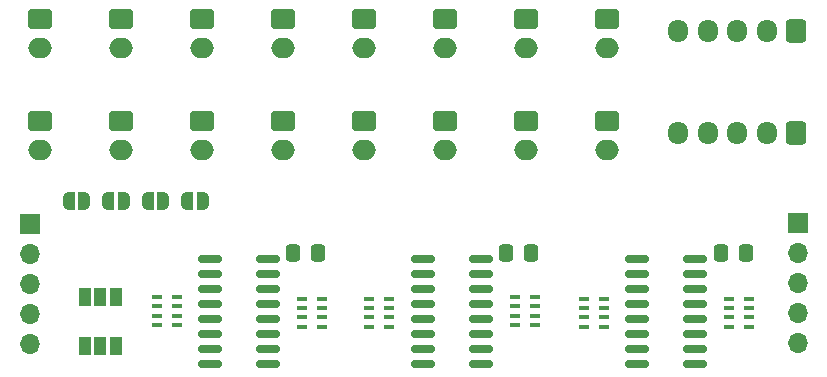
<source format=gbr>
%TF.GenerationSoftware,KiCad,Pcbnew,(6.0.10)*%
%TF.CreationDate,2023-02-13T19:28:03+09:00*%
%TF.ProjectId,joystick_74hc165_input_jst,6a6f7973-7469-4636-9b5f-373468633136,1*%
%TF.SameCoordinates,PX6f92990PY6f3bc80*%
%TF.FileFunction,Soldermask,Top*%
%TF.FilePolarity,Negative*%
%FSLAX46Y46*%
G04 Gerber Fmt 4.6, Leading zero omitted, Abs format (unit mm)*
G04 Created by KiCad (PCBNEW (6.0.10)) date 2023-02-13 19:28:03*
%MOMM*%
%LPD*%
G01*
G04 APERTURE LIST*
G04 Aperture macros list*
%AMRoundRect*
0 Rectangle with rounded corners*
0 $1 Rounding radius*
0 $2 $3 $4 $5 $6 $7 $8 $9 X,Y pos of 4 corners*
0 Add a 4 corners polygon primitive as box body*
4,1,4,$2,$3,$4,$5,$6,$7,$8,$9,$2,$3,0*
0 Add four circle primitives for the rounded corners*
1,1,$1+$1,$2,$3*
1,1,$1+$1,$4,$5*
1,1,$1+$1,$6,$7*
1,1,$1+$1,$8,$9*
0 Add four rect primitives between the rounded corners*
20,1,$1+$1,$2,$3,$4,$5,0*
20,1,$1+$1,$4,$5,$6,$7,0*
20,1,$1+$1,$6,$7,$8,$9,0*
20,1,$1+$1,$8,$9,$2,$3,0*%
%AMFreePoly0*
4,1,22,0.500000,-0.750000,0.000000,-0.750000,0.000000,-0.745033,-0.079941,-0.743568,-0.215256,-0.701293,-0.333266,-0.622738,-0.424486,-0.514219,-0.481581,-0.384460,-0.499164,-0.250000,-0.500000,-0.250000,-0.500000,0.250000,-0.499164,0.250000,-0.499963,0.256109,-0.478152,0.396186,-0.417904,0.524511,-0.324060,0.630769,-0.204165,0.706417,-0.067858,0.745374,0.000000,0.744959,0.000000,0.750000,
0.500000,0.750000,0.500000,-0.750000,0.500000,-0.750000,$1*%
%AMFreePoly1*
4,1,20,0.000000,0.744959,0.073905,0.744508,0.209726,0.703889,0.328688,0.626782,0.421226,0.519385,0.479903,0.390333,0.500000,0.250000,0.500000,-0.250000,0.499851,-0.262216,0.476331,-0.402017,0.414519,-0.529596,0.319384,-0.634700,0.198574,-0.708877,0.061801,-0.746166,0.000000,-0.745033,0.000000,-0.750000,-0.500000,-0.750000,-0.500000,0.750000,0.000000,0.750000,0.000000,0.744959,
0.000000,0.744959,$1*%
G04 Aperture macros list end*
%ADD10R,1.700000X1.700000*%
%ADD11O,1.700000X1.700000*%
%ADD12R,0.900000X0.400000*%
%ADD13RoundRect,0.250000X-0.337500X-0.475000X0.337500X-0.475000X0.337500X0.475000X-0.337500X0.475000X0*%
%ADD14RoundRect,0.150000X-0.825000X-0.150000X0.825000X-0.150000X0.825000X0.150000X-0.825000X0.150000X0*%
%ADD15RoundRect,0.250000X-0.750000X0.600000X-0.750000X-0.600000X0.750000X-0.600000X0.750000X0.600000X0*%
%ADD16O,2.000000X1.700000*%
%ADD17RoundRect,0.250000X0.600000X0.725000X-0.600000X0.725000X-0.600000X-0.725000X0.600000X-0.725000X0*%
%ADD18O,1.700000X1.950000*%
%ADD19R,1.000000X1.500000*%
%ADD20FreePoly0,0.000000*%
%ADD21FreePoly1,0.000000*%
G04 APERTURE END LIST*
D10*
%TO.C,OUT1*%
X68199000Y15240000D03*
D11*
X68199000Y12700000D03*
X68199000Y10160000D03*
X68199000Y7620000D03*
X68199000Y5080000D03*
%TD*%
D12*
%TO.C,RN2*%
X64096000Y6420000D03*
X64096000Y7220000D03*
X64096000Y8020000D03*
X64096000Y8820000D03*
X62396000Y8820000D03*
X62396000Y8020000D03*
X62396000Y7220000D03*
X62396000Y6420000D03*
%TD*%
%TO.C,RN1*%
X50077000Y8820000D03*
X50077000Y8020000D03*
X50077000Y7220000D03*
X50077000Y6420000D03*
X51777000Y6420000D03*
X51777000Y7220000D03*
X51777000Y8020000D03*
X51777000Y8820000D03*
%TD*%
%TO.C,RN4*%
X45935000Y6547000D03*
X45935000Y7347000D03*
X45935000Y8147000D03*
X45935000Y8947000D03*
X44235000Y8947000D03*
X44235000Y8147000D03*
X44235000Y7347000D03*
X44235000Y6547000D03*
%TD*%
%TO.C,RN5*%
X13945500Y8947000D03*
X13945500Y8147000D03*
X13945500Y7347000D03*
X13945500Y6547000D03*
X15645500Y6547000D03*
X15645500Y7347000D03*
X15645500Y8147000D03*
X15645500Y8947000D03*
%TD*%
%TO.C,RN6*%
X27901000Y6420000D03*
X27901000Y7220000D03*
X27901000Y8020000D03*
X27901000Y8820000D03*
X26201000Y8820000D03*
X26201000Y8020000D03*
X26201000Y7220000D03*
X26201000Y6420000D03*
%TD*%
%TO.C,RN3*%
X31916000Y8820000D03*
X31916000Y8020000D03*
X31916000Y7220000D03*
X31916000Y6420000D03*
X33616000Y6420000D03*
X33616000Y7220000D03*
X33616000Y8020000D03*
X33616000Y8820000D03*
%TD*%
D13*
%TO.C,C1*%
X61700500Y12700000D03*
X63775500Y12700000D03*
%TD*%
D14*
%TO.C,74HC165_1*%
X54548000Y12192000D03*
X54548000Y10922000D03*
X54548000Y9652000D03*
X54548000Y8382000D03*
X54548000Y7112000D03*
X54548000Y5842000D03*
X54548000Y4572000D03*
X54548000Y3302000D03*
X59498000Y3302000D03*
X59498000Y4572000D03*
X59498000Y5842000D03*
X59498000Y7112000D03*
X59498000Y8382000D03*
X59498000Y9652000D03*
X59498000Y10922000D03*
X59498000Y12192000D03*
%TD*%
%TO.C,74HC165_2*%
X36450500Y12128500D03*
X36450500Y10858500D03*
X36450500Y9588500D03*
X36450500Y8318500D03*
X36450500Y7048500D03*
X36450500Y5778500D03*
X36450500Y4508500D03*
X36450500Y3238500D03*
X41400500Y3238500D03*
X41400500Y4508500D03*
X41400500Y5778500D03*
X41400500Y7048500D03*
X41400500Y8318500D03*
X41400500Y9588500D03*
X41400500Y10858500D03*
X41400500Y12128500D03*
%TD*%
%TO.C,74HC165_3*%
X18416500Y12128500D03*
X18416500Y10858500D03*
X18416500Y9588500D03*
X18416500Y8318500D03*
X18416500Y7048500D03*
X18416500Y5778500D03*
X18416500Y4508500D03*
X18416500Y3238500D03*
X23366500Y3238500D03*
X23366500Y4508500D03*
X23366500Y5778500D03*
X23366500Y7048500D03*
X23366500Y8318500D03*
X23366500Y9588500D03*
X23366500Y10858500D03*
X23366500Y12128500D03*
%TD*%
D13*
%TO.C,C2*%
X43539500Y12700000D03*
X45614500Y12700000D03*
%TD*%
%TO.C,C3*%
X25505500Y12700000D03*
X27580500Y12700000D03*
%TD*%
D15*
%TO.C,J22*%
X52070000Y23876000D03*
D16*
X52070000Y21376000D03*
%TD*%
D15*
%TO.C,J23*%
X45212000Y23876000D03*
D16*
X45212000Y21376000D03*
%TD*%
D15*
%TO.C,J24*%
X38354000Y23876000D03*
D16*
X38354000Y21376000D03*
%TD*%
D15*
%TO.C,J25*%
X31496000Y23876000D03*
D16*
X31496000Y21376000D03*
%TD*%
D15*
%TO.C,J26*%
X24638000Y23876000D03*
D16*
X24638000Y21376000D03*
%TD*%
D15*
%TO.C,J27*%
X17780000Y23876000D03*
D16*
X17780000Y21376000D03*
%TD*%
D15*
%TO.C,J28*%
X10922000Y23876000D03*
D16*
X10922000Y21376000D03*
%TD*%
D15*
%TO.C,J29*%
X4064000Y23876000D03*
D16*
X4064000Y21376000D03*
%TD*%
D15*
%TO.C,J16*%
X24638000Y32512000D03*
D16*
X24638000Y30012000D03*
%TD*%
D15*
%TO.C,J15*%
X31496000Y32512000D03*
D16*
X31496000Y30012000D03*
%TD*%
D15*
%TO.C,J14*%
X38354000Y32512000D03*
D16*
X38354000Y30012000D03*
%TD*%
D15*
%TO.C,J18*%
X10922000Y32512000D03*
D16*
X10922000Y30012000D03*
%TD*%
D15*
%TO.C,J19*%
X4064000Y32512000D03*
D16*
X4064000Y30012000D03*
%TD*%
D15*
%TO.C,J17*%
X17780000Y32512000D03*
D16*
X17780000Y30012000D03*
%TD*%
D15*
%TO.C,J13*%
X45212000Y32512000D03*
D16*
X45212000Y30012000D03*
%TD*%
D17*
%TO.C,J11*%
X68072000Y31496000D03*
D18*
X65572000Y31496000D03*
X63072000Y31496000D03*
X60572000Y31496000D03*
X58072000Y31496000D03*
%TD*%
D15*
%TO.C,J12*%
X52070000Y32512000D03*
D16*
X52070000Y30012000D03*
%TD*%
D17*
%TO.C,J21*%
X68072000Y22860000D03*
D18*
X65572000Y22860000D03*
X63072000Y22860000D03*
X60572000Y22860000D03*
X58072000Y22860000D03*
%TD*%
D10*
%TO.C,IN1*%
X3175000Y15113000D03*
D11*
X3175000Y12573000D03*
X3175000Y10033000D03*
X3175000Y7493000D03*
X3175000Y4953000D03*
%TD*%
D19*
%TO.C,JP2*%
X10444000Y4826000D03*
X9144000Y4826000D03*
X7844000Y4826000D03*
%TD*%
%TO.C,JP1*%
X10444000Y8940800D03*
X9144000Y8940800D03*
X7844000Y8940800D03*
%TD*%
D20*
%TO.C,JP5*%
X13167600Y17119600D03*
D21*
X14467600Y17119600D03*
%TD*%
D20*
%TO.C,JP6*%
X16520400Y17119600D03*
D21*
X17820400Y17119600D03*
%TD*%
D20*
%TO.C,JP4*%
X9814800Y17119600D03*
D21*
X11114800Y17119600D03*
%TD*%
D20*
%TO.C,JP3*%
X6462000Y17119600D03*
D21*
X7762000Y17119600D03*
%TD*%
M02*

</source>
